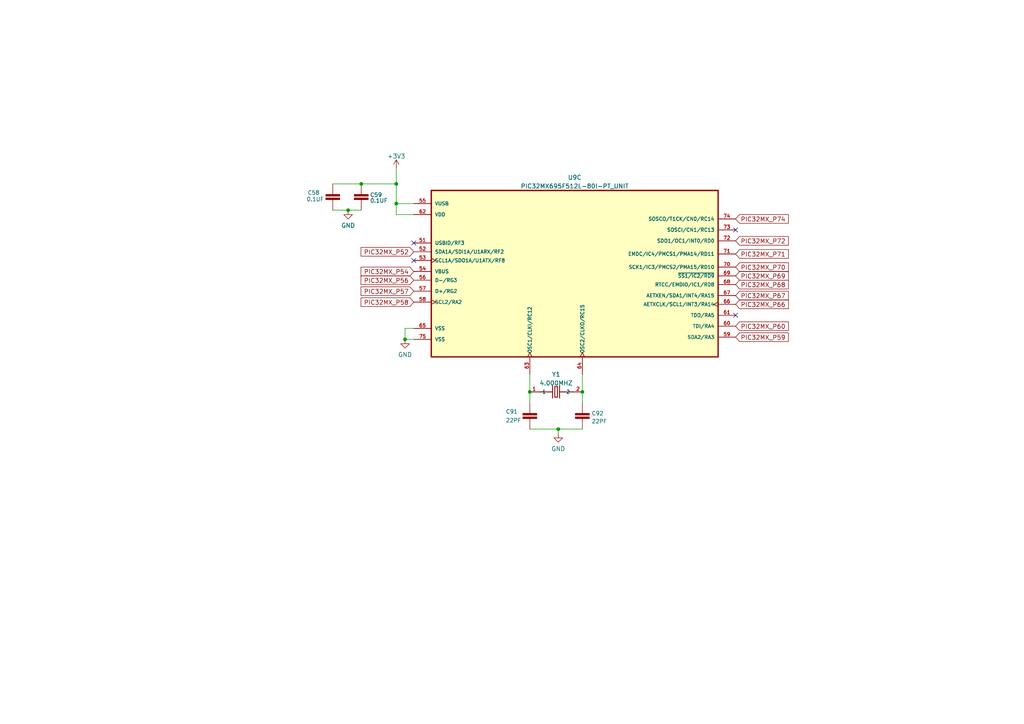
<source format=kicad_sch>
(kicad_sch (version 20230121) (generator eeschema)
  (paper "A4")
  (lib_symbols
    (symbol "MCU_Microchip_PIC32:PIC32MX695F512L-80I-PT_UNIT" (pin_names (offset 1.016))
      (property "Reference" "U9" (at 42.2275 2.506 0))
      (property "Value" "PIC32MX695F512L-80I-PT_UNIT" (at 42.2275 -0.0309 0))
      (symbol "PIC32MX695F512L-80I-PT_UNIT_0_0"
        (rectangle (start 0.635 -1.27) (end 83.82 -49.53) (stroke (width 0.4064)) (fill (type background)))
      )
      (symbol "PIC32MX695F512L-80I-PT_UNIT_1_0"
        (pin bidirectional line (at -4.445 -5.08 0) (length 5.08) (name "AERXERR/RG15") (number "1"))
        (pin bidirectional line (at -4.445 -31.75 0) (length 5.08) (name "ECOL/SCK2A/U2BTX/~{U2ARTS/PMA5/CN8/RG6}") (number "10"))
        (pin bidirectional line (at -4.445 -34.29 0) (length 5.08) (name "ECRS/SDA2A/SDI2A/U2ARX/PMA4/CN9/RG7") (number "11"))
        (pin bidirectional line (at -4.445 -37.465 0) (length 5.08) (name "ERXDV/SCL2A/SDO2A/U2ATX/PMA3/CN10/RG8") (number "12"))
        (pin input line (at -4.445 -41.275 0) (length 5.08) (name "~{MCLR}") (number "13"))
        (pin input clock (at 88.9 -41.91 180) (length 5.08) (name "ERXCLK/~{SS2A/U2BRX/}U2ACTS/PMA2/CN11/RG9") (number "14"))
        (pin power_in line (at 88.9 -39.37 180) (length 5.08) (name "VSS") (number "15"))
        (pin power_in line (at 88.9 -36.195 180) (length 5.08) (name "VDD") (number "16"))
        (pin bidirectional line (at 88.9 -33.02 180) (length 5.08) (name "TMS/RA0") (number "17"))
        (pin input line (at 88.9 -30.48 180) (length 5.08) (name "AERXD0/INT1/RE8") (number "18"))
        (pin input line (at 88.9 -27.94 180) (length 5.08) (name "AERXD1/INT2/RE9") (number "19"))
        (pin power_in line (at -4.445 -9.525 0) (length 5.08) (name "VDD") (number "2"))
        (pin input line (at 88.9 -25.4 180) (length 5.08) (name "AN5/C1IN+/VBUSON/CN7/RB5") (number "20"))
        (pin input line (at 88.9 -21.59 180) (length 5.08) (name "AN4/C1IN-/CN6/RB4") (number "21"))
        (pin input line (at 88.9 -19.05 180) (length 5.08) (name "AN3/C2IN+/CN5/RB3") (number "22"))
        (pin input line (at 88.9 -16.51 180) (length 5.08) (name "AN2/C2IN-/CN4/RB2") (number "23"))
        (pin bidirectional line (at 88.9 -7.62 180) (length 5.08) (name "PGEC1/AN1/CN3/RB1") (number "24"))
        (pin bidirectional line (at 88.9 -5.715 180) (length 5.08) (name "PGED1/AN0/CN2/RB0") (number "25"))
        (pin bidirectional line (at -4.445 -12.7 0) (length 5.08) (name "PMD5/RE5") (number "3"))
        (pin bidirectional line (at -4.445 -14.605 0) (length 5.08) (name "PMD6/RE6") (number "4"))
        (pin bidirectional line (at -4.445 -17.145 0) (length 5.08) (name "PMD7/RE7") (number "5"))
        (pin bidirectional line (at -4.445 -19.685 0) (length 5.08) (name "T2CK/RC1") (number "6"))
        (pin bidirectional line (at -4.445 -22.225 0) (length 5.08) (name "T3CK/RC2") (number "7"))
        (pin bidirectional line (at -4.445 -24.765 0) (length 5.08) (name "T4CK/RC3") (number "8"))
        (pin bidirectional line (at -4.445 -27.305 0) (length 5.08) (name "T5CK/SDI1/RC4") (number "9"))
      )
      (symbol "PIC32MX695F512L-80I-PT_UNIT_2_0"
        (pin bidirectional line (at -4.445 -5.715 0) (length 5.08) (name "PGEC2/AN6/OCFA/RB6") (number "26"))
        (pin bidirectional line (at -4.445 -8.89 0) (length 5.08) (name "PGED2/AN7/RB7") (number "27"))
        (pin bidirectional line (at -4.445 -11.43 0) (length 5.08) (name "VREF-/CVREF-/AERXD2/PMA7/RA9") (number "28"))
        (pin bidirectional line (at -4.445 -14.605 0) (length 5.08) (name "VREF+/CVREF+/AERXD3/PMA6/RA10") (number "29"))
        (pin power_in line (at -4.445 -17.145 0) (length 5.08) (name "AVDD") (number "30"))
        (pin power_in line (at -4.445 -19.685 0) (length 5.08) (name "AVSS") (number "31"))
        (pin bidirectional line (at -4.445 -22.86 0) (length 5.08) (name "AN8/C1OUT/RB8") (number "32"))
        (pin bidirectional line (at -4.445 -25.4 0) (length 5.08) (name "AN9/C2OUT/RB9") (number "33"))
        (pin bidirectional line (at -4.445 -27.94 0) (length 5.08) (name "AN10/CVREFOUT/PMA13/RB10") (number "34"))
        (pin bidirectional line (at -4.445 -30.48 0) (length 5.08) (name "AN11/ERXERR/AETXERR/PMA12/RB11") (number "35"))
        (pin power_in line (at -4.445 -33.02 0) (length 5.08) (name "VSS") (number "36"))
        (pin power_in line (at -4.445 -36.195 0) (length 5.08) (name "VDD") (number "37"))
        (pin bidirectional line (at -4.445 -39.37 0) (length 5.08) (name "TCK/RA1") (number "38"))
        (pin bidirectional line (at 88.9 -39.37 180) (length 5.08) (name "SCK3A/U3BTX/~{U3ARTS/RF13}") (number "39"))
        (pin bidirectional line (at 88.9 -36.195 180) (length 5.08) (name "~{SS3A/U3BRX/}U3ACTS/RF12") (number "40"))
        (pin bidirectional line (at 88.9 -33.02 180) (length 5.08) (name "AN12/ERXD0/AECRS/PMA11/RB12") (number "41"))
        (pin bidirectional line (at 88.9 -30.48 180) (length 5.08) (name "AN13/ERXD1/AECOL/PMA10/RB13") (number "42"))
        (pin bidirectional line (at 88.9 -27.94 180) (length 5.08) (name "AN14/ERXD2/AETXD3/PMALH/PMA1/RB14") (number "43"))
        (pin bidirectional line (at 88.9 -25.4 180) (length 5.08) (name "AN15/ERXD3/AETXD2/OCFB/PMALL/PMA0/CN12/RB15") (number "44"))
        (pin power_in line (at 88.9 -21.59 180) (length 5.08) (name "VSS") (number "45"))
        (pin power_in line (at 88.9 -18.415 180) (length 5.08) (name "VDD") (number "46"))
        (pin bidirectional line (at 88.9 -15.875 180) (length 5.08) (name "AETXD0/~{SS1A/U1BRX/}U1ACTS/CN20/RD14") (number "47"))
        (pin bidirectional line (at 88.9 -13.335 180) (length 5.08) (name "AETXD1/SCK1A/U1BTX/~{U1ARTS/CN21/RD15}") (number "48"))
        (pin bidirectional line (at 88.9 -10.16 180) (length 5.08) (name "SDA3A/SDI3A/U3ARX/PMA9/CN17/RF4") (number "49"))
        (pin input clock (at 88.9 -6.985 180) (length 5.08) (name "SCL3A/SDO3A/U3ATX/PMA8/CN18/RF5") (number "50"))
      )
      (symbol "PIC32MX695F512L-80I-PT_UNIT_3_0"
        (pin bidirectional line (at -4.445 -16.51 0) (length 5.08) (name "USBID/RF3") (number "51"))
        (pin bidirectional line (at -4.445 -19.05 0) (length 5.08) (name "SDA1A/SDI1A/U1ARX/RF2") (number "52"))
        (pin input clock (at -4.445 -21.59 0) (length 5.08) (name "SCL1A/SDO1A/U1ATX/RF8") (number "53"))
        (pin input line (at -4.445 -24.765 0) (length 5.08) (name "VBUS") (number "54"))
        (pin power_in line (at -4.445 -5.08 0) (length 5.08) (name "VUSB") (number "55"))
        (pin bidirectional line (at -4.445 -27.305 0) (length 5.08) (name "D-/RG3") (number "56"))
        (pin bidirectional line (at -4.445 -30.48 0) (length 5.08) (name "D+/RG2") (number "57"))
        (pin input clock (at -4.445 -33.655 0) (length 5.08) (name "SCL2/RA2") (number "58"))
        (pin bidirectional line (at 88.9 -43.815 180) (length 5.08) (name "SDA2/RA3") (number "59"))
        (pin bidirectional line (at 88.9 -40.64 180) (length 5.08) (name "TDI/RA4") (number "60"))
        (pin bidirectional line (at 88.9 -37.465 180) (length 5.08) (name "TDO/RA5") (number "61"))
        (pin power_in line (at -4.445 -8.255 0) (length 5.08) (name "VDD") (number "62"))
        (pin bidirectional clock (at 29.21 -54.61 90) (length 5.08) (name "OSC1/CLKI/RC12") (number "63"))
        (pin bidirectional clock (at 44.45 -54.61 90) (length 5.08) (name "OSC2/CLKO/RC15") (number "64"))
        (pin power_in line (at -4.445 -41.275 0) (length 5.08) (name "VSS") (number "65"))
        (pin input clock (at 88.9 -34.29 180) (length 5.08) (name "AETXCLK/SCL1/INT3/RA14") (number "66"))
        (pin input line (at 88.9 -31.75 180) (length 5.08) (name "AETXEN/SDA1/INT4/RA15") (number "67"))
        (pin bidirectional line (at 88.9 -28.575 180) (length 5.08) (name "RTCC/EMDIO/IC1/RD8") (number "68"))
        (pin bidirectional line (at 88.9 -26.035 180) (length 5.08) (name "~{SS1/IC2/RD9}") (number "69"))
        (pin bidirectional line (at 88.9 -23.495 180) (length 5.08) (name "SCK1/IC3/PMCS2/PMA15/RD10") (number "70"))
        (pin bidirectional line (at 88.9 -19.685 180) (length 5.08) (name "EMDC/IC4/PMCS1/PMA14/RD11") (number "71"))
        (pin input line (at 88.9 -15.875 180) (length 5.08) (name "SDO1/OC1/INT0/RD0") (number "72"))
        (pin bidirectional line (at 88.9 -12.7 180) (length 5.08) (name "SOSCI/CN1/RC13") (number "73"))
        (pin bidirectional line (at 88.9 -9.525 180) (length 5.08) (name "SOSCO/T1CK/CN0/RC14") (number "74"))
        (pin power_in line (at -4.445 -44.45 0) (length 5.08) (name "VSS") (number "75"))
      )
      (symbol "PIC32MX695F512L-80I-PT_UNIT_4_0"
        (pin bidirectional line (at 88.9 -6.35 180) (length 5.08) (name "PMD4/RE4") (number "100"))
        (pin bidirectional line (at -4.445 -5.715 0) (length 5.08) (name "OC2/RD1") (number "76"))
        (pin bidirectional line (at -4.445 -8.255 0) (length 5.08) (name "OC3/RD2") (number "77"))
        (pin bidirectional line (at -4.445 -10.795 0) (length 5.08) (name "OC4/RD3") (number "78"))
        (pin bidirectional line (at -4.445 -13.335 0) (length 5.08) (name "ETXD2/IC5/PMD12/RD12") (number "79"))
        (pin bidirectional line (at -4.445 -15.875 0) (length 5.08) (name "ETXD3/PMD13/CN19/RD13") (number "80"))
        (pin bidirectional line (at -4.445 -18.415 0) (length 5.08) (name "OC5/PMWR/CN13/RD4") (number "81"))
        (pin bidirectional line (at -4.445 -22.86 0) (length 5.08) (name "PMRD/CN14/RD5") (number "82"))
        (pin bidirectional line (at -4.445 -26.67 0) (length 5.08) (name "ETXEN/PMD14/CN15/RD6") (number "83"))
        (pin input clock (at -4.445 -29.21 0) (length 5.08) (name "ETXCLK/PMD15/CN16/RD7") (number "84"))
        (pin power_in line (at -4.445 -32.385 0) (length 5.08) (name "VCAP/VDDCORE") (number "85"))
        (pin power_in line (at -4.445 -34.925 0) (length 5.08) (name "VDD") (number "86"))
        (pin bidirectional line (at -4.445 -38.735 0) (length 5.08) (name "ETXD1/PMD11/RF0") (number "87"))
        (pin bidirectional line (at -4.445 -41.275 0) (length 5.08) (name "ETXD0/PMD10/RF1") (number "88"))
        (pin bidirectional line (at 88.9 -43.18 180) (length 5.08) (name "ETXERR/PMD9/RG1") (number "89"))
        (pin bidirectional line (at 88.9 -40.005 180) (length 5.08) (name "PMD8/RG0") (number "90"))
        (pin input clock (at 88.9 -35.56 180) (length 5.08) (name "TRCLK/RA6") (number "91"))
        (pin bidirectional line (at 88.9 -32.385 180) (length 5.08) (name "TRD3/RA7") (number "92"))
        (pin bidirectional line (at 88.9 -28.575 180) (length 5.08) (name "PMD0/RE0") (number "93"))
        (pin bidirectional line (at 88.9 -26.035 180) (length 5.08) (name "PMD1/RE1") (number "94"))
        (pin bidirectional line (at 88.9 -22.86 180) (length 5.08) (name "TRD2/RG14") (number "95"))
        (pin bidirectional line (at 88.9 -19.05 180) (length 5.08) (name "TRD1/RG12") (number "96"))
        (pin bidirectional line (at 88.9 -15.24 180) (length 5.08) (name "TRD0/RG13") (number "97"))
        (pin bidirectional line (at 88.9 -12.065 180) (length 5.08) (name "PMD2/RE2") (number "98"))
        (pin bidirectional line (at 88.9 -9.525 180) (length 5.08) (name "PMD3/RE3") (number "99"))
      )
    )
    (symbol "SparkFun-Capacitors:1.0UF-0402-16V-10%" (pin_numbers hide) (pin_names (offset 1.016) hide)
      (property "Reference" "C" (at 1.524 2.921 0))
      (property "Value" "1.0UF-0402-16V-10%" (at 1.524 -2.159 0))
      (property "Field4" "CAP-12417" (at 0 7.62 0))
      (symbol "1.0UF-0402-16V-10%_1_0"
        (polyline (pts (xy 0 0) (xy 0 0.508)))
        (polyline (pts (xy 0 2.54) (xy 0 2.032)))
      )
      (symbol "1.0UF-0402-16V-10%_1_1"
        (rectangle (start -2.032 0.508) (end 2.032 1.016) (fill (type outline)))
        (rectangle (start -2.032 1.524) (end 2.032 2.032) (fill (type outline)))
        (pin passive line (at 0 5.08 270) (length 2.54) (name "1") (number "1"))
        (pin passive line (at 0 -2.54 90) (length 2.54) (name "2") (number "2"))
      )
    )
    (symbol "SparkFun-Clocks:FOXSDLF{brace}slash}036S" (pin_names (offset 1.016))
      (property "Reference" "Y" (at -3.8176 2.2905 0))
      (property "Value" "FOXSDLF{brace}slash}036S" (at -8.89 -4.445 0))
      (symbol "FOXSDLF{brace}slash}036S_0_0"
        (polyline (pts (xy -5.08 0) (xy -1.016 0)) (stroke (width 0.254)))
        (polyline (pts (xy -1.016 0) (xy -1.016 -1.778)) (stroke (width 0.254)))
        (polyline (pts (xy -1.016 1.778) (xy -1.016 0)) (stroke (width 0.254)))
        (polyline (pts (xy -0.381 -1.524) (xy 0.381 -1.524)) (stroke (width 0.254)))
        (polyline (pts (xy -0.381 1.524) (xy -0.381 -1.524)) (stroke (width 0.254)))
        (polyline (pts (xy 0.381 -1.524) (xy 0.381 1.524)) (stroke (width 0.254)))
        (polyline (pts (xy 0.381 1.524) (xy -0.381 1.524)) (stroke (width 0.254)))
        (polyline (pts (xy 1.016 0) (xy 1.016 -1.778)) (stroke (width 0.254)))
        (polyline (pts (xy 1.016 1.778) (xy 1.016 0)) (stroke (width 0.254)))
        (polyline (pts (xy 5.08 0) (xy 1.016 0)) (stroke (width 0.254)))
        (pin passive line (at -7.62 0 0) (length 2.54) (name "1") (number "1"))
        (pin passive line (at 7.62 0 180) (length 2.54) (name "2") (number "2"))
      )
    )
    (symbol "power:+3V3" (power) (pin_names (offset 0))
      (property "Value" "+3V3" (at 0 3.556 0))
      (symbol "+3V3_0_1"
        (polyline (pts (xy -0.762 1.27) (xy 0 2.54)))
        (polyline (pts (xy 0 0) (xy 0 2.54)))
        (polyline (pts (xy 0 2.54) (xy 0.762 1.27)))
      )
      (symbol "+3V3_1_1"
        (pin power_in line (at 0 0 90) (length 0) hide (name "+3V3") (number "1"))
      )
    )
    (symbol "power:GND" (power) (pin_names (offset 0))
      (property "Value" "GND" (at 0 -3.81 0))
      (symbol "GND_0_1"
        (polyline (pts (xy 0 0) (xy 0 -1.27) (xy 1.27 -1.27) (xy 0 -2.54) (xy -1.27 -1.27) (xy 0 -1.27)))
      )
      (symbol "GND_1_1"
        (pin power_in line (at 0 0 270) (length 0) hide (name "GND") (number "1"))
      )
    )
  )
  (junction (at 153.67 113.665))
  (junction (at 161.925 124.46))
  (junction (at 117.475 98.425))
  (junction (at 100.965 60.96))
  (junction (at 114.935 59.055))
  (junction (at 104.775 53.34))
  (junction (at 114.935 53.34))
  (junction (at 168.91 113.665))
  (no_connect (at 120.015 75.565))
  (no_connect (at 213.36 66.675))
  (no_connect (at 213.36 91.44))
  (no_connect (at 120.015 70.485))
  (wire (pts (xy 153.67 108.585) (xy 153.67 113.665)))
  (wire (pts (xy 117.475 98.425) (xy 120.015 98.425)))
  (wire (pts (xy 96.52 53.34) (xy 104.775 53.34)))
  (wire (pts (xy 114.935 59.055) (xy 120.015 59.055)))
  (wire (pts (xy 114.935 59.055) (xy 114.935 62.23)))
  (wire (pts (xy 100.965 60.96) (xy 104.775 60.96)))
  (wire (pts (xy 161.925 124.46) (xy 161.925 125.73)))
  (wire (pts (xy 117.475 95.25) (xy 120.015 95.25)))
  (wire (pts (xy 153.67 116.84) (xy 153.67 113.665)))
  (wire (pts (xy 114.935 53.34) (xy 114.935 59.055)))
  (wire (pts (xy 96.52 60.96) (xy 100.965 60.96)))
  (wire (pts (xy 161.925 124.46) (xy 168.91 124.46)))
  (wire (pts (xy 114.935 62.23) (xy 120.015 62.23)))
  (wire (pts (xy 153.67 124.46) (xy 161.925 124.46)))
  (wire (pts (xy 168.91 108.585) (xy 168.91 113.665)))
  (wire (pts (xy 117.475 95.25) (xy 117.475 98.425)))
  (wire (pts (xy 168.91 116.84) (xy 168.91 113.665)))
  (wire (pts (xy 104.775 53.34) (xy 114.935 53.34)))
  (wire (pts (xy 114.935 48.895) (xy 114.935 53.34)))
  (global_label "PIC32MX_P59" (shape input) (at 213.36 97.79 0) (property "Intersheetrefs" "${INTERSHEET_REFS}" (effects hide)))
  (global_label "PIC32MX_P72" (shape input) (at 213.36 69.85 0) (property "Intersheetrefs" "${INTERSHEET_REFS}" (effects hide)))
  (global_label "PIC32MX_P57" (shape input) (at 120.015 84.455 180) (property "Intersheetrefs" "${INTERSHEET_REFS}" (effects hide)))
  (global_label "PIC32MX_P58" (shape input) (at 120.015 87.63 180) (property "Intersheetrefs" "${INTERSHEET_REFS}" (effects hide)))
  (global_label "PIC32MX_P60" (shape input) (at 213.36 94.615 0) (property "Intersheetrefs" "${INTERSHEET_REFS}" (effects hide)))
  (global_label "PIC32MX_P52" (shape input) (at 120.015 73.025 180) (property "Intersheetrefs" "${INTERSHEET_REFS}" (effects hide)))
  (global_label "PIC32MX_P56" (shape input) (at 120.015 81.28 180) (property "Intersheetrefs" "${INTERSHEET_REFS}" (effects hide)))
  (global_label "PIC32MX_P74" (shape input) (at 213.36 63.5 0) (property "Intersheetrefs" "${INTERSHEET_REFS}" (effects hide)))
  (global_label "PIC32MX_P69" (shape input) (at 213.36 80.01 0) (property "Intersheetrefs" "${INTERSHEET_REFS}" (effects hide)))
  (global_label "PIC32MX_P66" (shape input) (at 213.36 88.265 0) (property "Intersheetrefs" "${INTERSHEET_REFS}" (effects hide)))
  (global_label "PIC32MX_P54" (shape input) (at 120.015 78.74 180) (property "Intersheetrefs" "${INTERSHEET_REFS}" (effects hide)))
  (global_label "PIC32MX_P70" (shape input) (at 213.36 77.47 0) (property "Intersheetrefs" "${INTERSHEET_REFS}" (effects hide)))
  (global_label "PIC32MX_P67" (shape input) (at 213.36 85.725 0) (property "Intersheetrefs" "${INTERSHEET_REFS}" (effects hide)))
  (global_label "PIC32MX_P71" (shape input) (at 213.36 73.66 0) (property "Intersheetrefs" "${INTERSHEET_REFS}" (effects hide)))
  (global_label "PIC32MX_P68" (shape input) (at 213.36 82.55 0) (property "Intersheetrefs" "${INTERSHEET_REFS}" (effects hide)))
  (symbol (lib_id "SparkFun-Capacitors:1.0UF-0402-16V-10%") (at 96.52 55.88 180) (unit 1)
    (property "Reference" "C58" (at 92.71 55.88 0) (effects (font (size 1.143 1.143)) (justify left)))
    (property "Value" "0.1UF" (at 93.98 57.785 0) (effects (font (size 1.143 1.143)) (justify left)))
    (property "Footprint" "Capacitor_SMD:C_0402_1005Metric" (effects hide))
  )
  (symbol (lib_id "SparkFun-Capacitors:1.0UF-0402-16V-10%") (at 104.775 58.42 0) (unit 1)
    (property "Reference" "C59" (at 107.315 56.515 0) (effects (font (size 1.143 1.143)) (justify left)))
    (property "Value" "0.1UF" (at 107.315 58.1886 0) (effects (font (size 1.143 1.143)) (justify left)))
    (property "Footprint" "Capacitor_SMD:C_0402_1005Metric" (effects hide))
  )
  (symbol (lib_id "power:GND") (at 161.925 125.73 0) (unit 1)
    (property "Reference" "#PWR0189" (effects hide))
    (property "Value" "GND" (at 161.925 130.1734 0))
  )
  (symbol (lib_id "power:+3V3") (at 114.935 48.895 0) (unit 1)
    (property "Reference" "#PWR0187" (effects hide))
    (property "Value" "+3V3" (at 114.935 45.3192 0))
  )
  (symbol (lib_id "SparkFun-Capacitors:1.0UF-0402-16V-10%") (at 168.91 121.92 0) (unit 1)
    (property "Reference" "C92" (at 171.577 119.8861 0) (effects (font (size 1.143 1.143)) (justify left)))
    (property "Value" "22PF" (at 171.577 122.1947 0) (effects (font (size 1.143 1.143)) (justify left)))
    (property "Footprint" "Capacitor_SMD:C_0402_1005Metric" (effects hide))
  )
  (symbol (lib_id "SparkFun-Clocks:FOXSDLF{brace}slash}036S") (at 161.29 113.665 0) (unit 1)
    (property "Reference" "Y1" (at 161.29 108.585 0))
    (property "Value" "4.000MHZ" (at 161.29 111.1219 0))
    (property "Footprint" "Crystal:Crystal_SMD_HC49-SD" (effects hide))
  )
  (symbol (lib_id "MCU_Microchip_PIC32:PIC32MX695F512L-80I-PT_UNIT") (at 124.46 53.975 0) (unit 3)
    (property "Reference" "U9" (at 166.6875 51.469 0))
    (property "Value" "PIC32MX695F512L-80I-PT_UNIT" (at 166.6875 54.0059 0))
    (property "Footprint" "Package_QFP:TQFP-100_12x12mm_P0.4mm" (effects hide))
  )
  (symbol (lib_id "power:GND") (at 117.475 98.425 0) (unit 1)
    (property "Reference" "#PWR0188" (effects hide))
    (property "Value" "GND" (at 117.475 102.8684 0))
  )
  (symbol (lib_id "power:GND") (at 100.965 60.96 0) (unit 1)
    (property "Reference" "#PWR0186" (effects hide))
    (property "Value" "GND" (at 100.965 65.4034 0))
  )
  (symbol (lib_id "SparkFun-Capacitors:1.0UF-0402-16V-10%") (at 153.67 121.92 0) (unit 1)
    (property "Reference" "C91" (at 146.685 119.38 0) (effects (font (size 1.143 1.143)) (justify left)))
    (property "Value" "22PF" (at 146.685 121.92 0) (effects (font (size 1.143 1.143)) (justify left)))
    (property "Footprint" "Capacitor_SMD:C_0402_1005Metric" (effects hide))
  )
)
</source>
